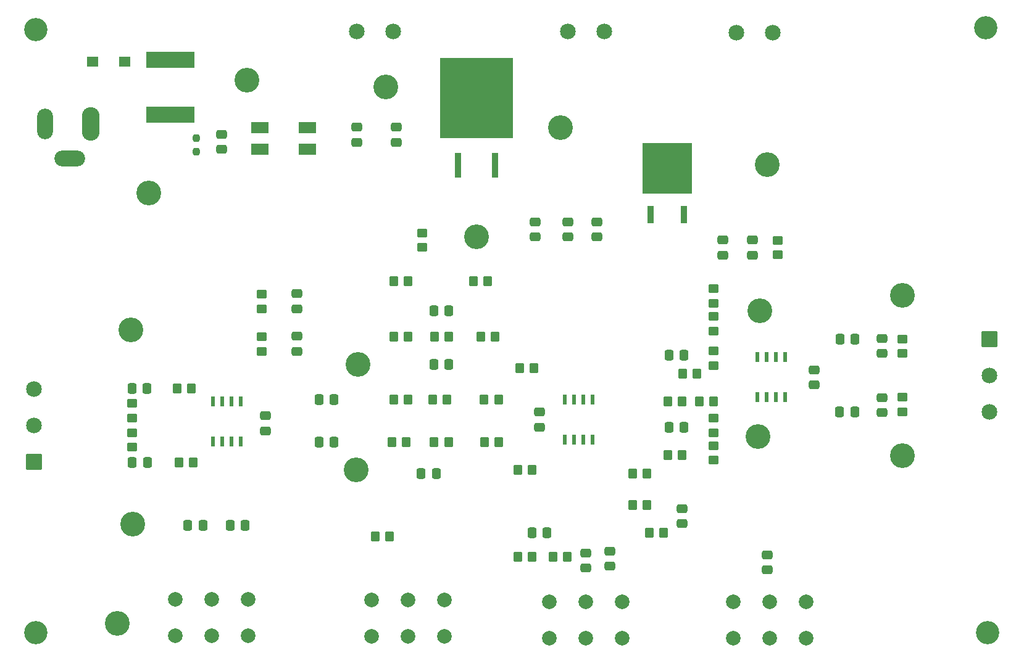
<source format=gts>
G04 #@! TF.GenerationSoftware,KiCad,Pcbnew,8.0.8*
G04 #@! TF.CreationDate,2025-03-09T17:06:22-04:00*
G04 #@! TF.ProjectId,PreAmpEQ,50726541-6d70-4455-912e-6b696361645f,1.1*
G04 #@! TF.SameCoordinates,Original*
G04 #@! TF.FileFunction,Soldermask,Top*
G04 #@! TF.FilePolarity,Negative*
%FSLAX46Y46*%
G04 Gerber Fmt 4.6, Leading zero omitted, Abs format (unit mm)*
G04 Created by KiCad (PCBNEW 8.0.8) date 2025-03-09 17:06:22*
%MOMM*%
%LPD*%
G01*
G04 APERTURE LIST*
G04 Aperture macros list*
%AMRoundRect*
0 Rectangle with rounded corners*
0 $1 Rounding radius*
0 $2 $3 $4 $5 $6 $7 $8 $9 X,Y pos of 4 corners*
0 Add a 4 corners polygon primitive as box body*
4,1,4,$2,$3,$4,$5,$6,$7,$8,$9,$2,$3,0*
0 Add four circle primitives for the rounded corners*
1,1,$1+$1,$2,$3*
1,1,$1+$1,$4,$5*
1,1,$1+$1,$6,$7*
1,1,$1+$1,$8,$9*
0 Add four rect primitives between the rounded corners*
20,1,$1+$1,$2,$3,$4,$5,0*
20,1,$1+$1,$4,$5,$6,$7,0*
20,1,$1+$1,$6,$7,$8,$9,0*
20,1,$1+$1,$8,$9,$2,$3,0*%
G04 Aperture macros list end*
%ADD10R,0.939800X3.505200*%
%ADD11R,10.033000X11.125200*%
%ADD12R,0.939800X2.489200*%
%ADD13R,6.781800X6.934200*%
%ADD14R,1.498600X1.397000*%
%ADD15C,3.400000*%
%ADD16RoundRect,0.250000X0.450000X-0.350000X0.450000X0.350000X-0.450000X0.350000X-0.450000X-0.350000X0*%
%ADD17RoundRect,0.250000X0.350000X0.450000X-0.350000X0.450000X-0.350000X-0.450000X0.350000X-0.450000X0*%
%ADD18RoundRect,0.250000X-0.450000X0.350000X-0.450000X-0.350000X0.450000X-0.350000X0.450000X0.350000X0*%
%ADD19C,3.200000*%
%ADD20RoundRect,0.250000X0.475000X-0.337500X0.475000X0.337500X-0.475000X0.337500X-0.475000X-0.337500X0*%
%ADD21RoundRect,0.250000X-0.350000X-0.450000X0.350000X-0.450000X0.350000X0.450000X-0.350000X0.450000X0*%
%ADD22C,2.154000*%
%ADD23RoundRect,0.250000X-0.475000X0.337500X-0.475000X-0.337500X0.475000X-0.337500X0.475000X0.337500X0*%
%ADD24R,0.558800X1.460500*%
%ADD25RoundRect,0.237500X-0.237500X0.250000X-0.237500X-0.250000X0.237500X-0.250000X0.237500X0.250000X0*%
%ADD26C,2.004000*%
%ADD27RoundRect,0.250000X-0.337500X-0.475000X0.337500X-0.475000X0.337500X0.475000X-0.337500X0.475000X0*%
%ADD28O,2.404000X4.604000*%
%ADD29O,2.204000X4.204000*%
%ADD30O,4.204000X2.204000*%
%ADD31RoundRect,0.102000X-0.975000X0.975000X-0.975000X-0.975000X0.975000X-0.975000X0.975000X0.975000X0*%
%ADD32R,6.705600X2.209800*%
%ADD33RoundRect,0.250000X0.337500X0.475000X-0.337500X0.475000X-0.337500X-0.475000X0.337500X-0.475000X0*%
%ADD34RoundRect,0.102000X0.975000X-0.975000X0.975000X0.975000X-0.975000X0.975000X-0.975000X-0.975000X0*%
%ADD35R,2.489200X1.498600*%
G04 APERTURE END LIST*
D10*
X142494000Y-63119000D03*
D11*
X145034000Y-53848000D03*
D10*
X147574000Y-63119000D03*
D12*
X168905999Y-69913500D03*
D13*
X171196000Y-63500000D03*
D12*
X173486001Y-69913500D03*
D14*
X96769200Y-48904000D03*
X92298800Y-48904000D03*
D15*
X95758000Y-125984000D03*
D16*
X97790000Y-101838000D03*
X97790000Y-99838000D03*
X97790000Y-97790000D03*
X97790000Y-95790000D03*
D17*
X175260000Y-91694000D03*
X173260000Y-91694000D03*
D18*
X177546000Y-83852000D03*
X177546000Y-85852000D03*
D16*
X177546000Y-99822000D03*
X177546000Y-97822000D03*
D17*
X173228000Y-95504000D03*
X171228000Y-95504000D03*
D19*
X84582000Y-127254000D03*
X84582000Y-44450000D03*
X214884000Y-44196000D03*
X215138000Y-127254000D03*
D20*
X200660000Y-88943000D03*
X200660000Y-86868000D03*
X200660000Y-97071000D03*
X200660000Y-94996000D03*
D21*
X175546000Y-95504000D03*
X177546000Y-95504000D03*
X131096000Y-114046000D03*
X133096000Y-114046000D03*
D15*
X100034000Y-66904000D03*
D22*
X157560000Y-44704000D03*
X162560000Y-44704000D03*
D18*
X137534000Y-72404000D03*
X137534000Y-74404000D03*
D20*
X191325000Y-93277000D03*
X191325000Y-91202000D03*
D15*
X97589500Y-85726000D03*
D16*
X177546000Y-90630000D03*
X177546000Y-88630000D03*
D15*
X183822000Y-83086000D03*
D23*
X182816000Y-73363000D03*
X182816000Y-75438000D03*
D21*
X139192000Y-101092000D03*
X141192000Y-101092000D03*
D23*
X120396000Y-80729000D03*
X120396000Y-82804000D03*
D24*
X160909000Y-95319850D03*
X159639000Y-95319850D03*
X158369000Y-95319850D03*
X157099000Y-95319850D03*
X157099000Y-100768150D03*
X158369000Y-100768150D03*
X159639000Y-100768150D03*
X160909000Y-100768150D03*
D21*
X133620000Y-78994000D03*
X135620000Y-78994000D03*
D15*
X203380000Y-80952000D03*
X184848000Y-62992000D03*
D18*
X177546000Y-80042000D03*
X177546000Y-82042000D03*
X203380000Y-86952000D03*
X203380000Y-88952000D03*
D23*
X178816000Y-73363000D03*
X178816000Y-75438000D03*
D25*
X106534000Y-59404000D03*
X106534000Y-61229000D03*
D26*
X155020000Y-128016000D03*
X160020000Y-128016000D03*
X165020000Y-128016000D03*
X155020000Y-123016000D03*
X160020000Y-123016000D03*
X165020000Y-123016000D03*
D23*
X110034000Y-58866500D03*
X110034000Y-60941500D03*
D27*
X97747000Y-93726000D03*
X99822000Y-93726000D03*
X139149000Y-83058000D03*
X141224000Y-83058000D03*
D23*
X161534000Y-70866500D03*
X161534000Y-72941500D03*
D21*
X150638000Y-104902000D03*
X152638000Y-104902000D03*
D17*
X173228000Y-102870000D03*
X171228000Y-102870000D03*
D28*
X92084000Y-57404000D03*
D29*
X85784000Y-57404000D03*
D30*
X89184000Y-62204000D03*
D20*
X163322000Y-118153000D03*
X163322000Y-116078000D03*
D23*
X134034000Y-57866500D03*
X134034000Y-59941500D03*
D18*
X186316000Y-73400500D03*
X186316000Y-75400500D03*
D15*
X128778000Y-90424000D03*
D17*
X168402000Y-105410000D03*
X166402000Y-105410000D03*
D27*
X139133000Y-90424000D03*
X141208000Y-90424000D03*
D21*
X150908000Y-90932000D03*
X152908000Y-90932000D03*
D31*
X215380000Y-87004500D03*
D22*
X215380000Y-92004500D03*
X215380000Y-97004500D03*
D20*
X116078000Y-99589500D03*
X116078000Y-97514500D03*
D32*
X103034000Y-48657500D03*
X103034000Y-56150500D03*
D15*
X145034000Y-72904000D03*
D24*
X112649000Y-95573850D03*
X111379000Y-95573850D03*
X110109000Y-95573850D03*
X108839000Y-95573850D03*
X108839000Y-101022150D03*
X110109000Y-101022150D03*
X111379000Y-101022150D03*
X112649000Y-101022150D03*
D15*
X203380000Y-102952000D03*
X183568000Y-100358000D03*
D21*
X104156000Y-103886000D03*
X106156000Y-103886000D03*
D15*
X156534000Y-57904000D03*
D18*
X115570000Y-80804000D03*
X115570000Y-82804000D03*
D21*
X146066000Y-101092000D03*
X148066000Y-101092000D03*
D27*
X194842500Y-86952000D03*
X196917500Y-86952000D03*
D21*
X139224000Y-86614000D03*
X141224000Y-86614000D03*
D27*
X171407000Y-89154000D03*
X173482000Y-89154000D03*
D20*
X160020000Y-118407000D03*
X160020000Y-116332000D03*
D27*
X123401000Y-95250000D03*
X125476000Y-95250000D03*
D33*
X196880000Y-96952000D03*
X194805000Y-96952000D03*
D21*
X155480000Y-116840000D03*
X157480000Y-116840000D03*
X133636000Y-86614000D03*
X135636000Y-86614000D03*
D22*
X180674000Y-44904000D03*
X185674000Y-44904000D03*
D21*
X133366000Y-101092000D03*
X135366000Y-101092000D03*
X150654000Y-116840000D03*
X152654000Y-116840000D03*
D27*
X111209000Y-112522000D03*
X113284000Y-112522000D03*
X123401000Y-101092000D03*
X125476000Y-101092000D03*
D16*
X203380000Y-96952000D03*
X203380000Y-94952000D03*
D23*
X157534000Y-70866500D03*
X157534000Y-72941500D03*
D26*
X103712000Y-127682000D03*
X108712000Y-127682000D03*
X113712000Y-127682000D03*
X103712000Y-122682000D03*
X108712000Y-122682000D03*
X113712000Y-122682000D03*
D18*
X115570000Y-86646000D03*
X115570000Y-88646000D03*
D21*
X168688000Y-113538000D03*
X170688000Y-113538000D03*
D15*
X97843500Y-112386000D03*
D20*
X173228000Y-112311000D03*
X173228000Y-110236000D03*
D21*
X144558000Y-78994000D03*
X146558000Y-78994000D03*
D27*
X137392500Y-105410000D03*
X139467500Y-105410000D03*
D16*
X177546000Y-103600000D03*
X177546000Y-101600000D03*
D27*
X171407000Y-99060000D03*
X173482000Y-99060000D03*
D33*
X107463500Y-112522000D03*
X105388500Y-112522000D03*
D15*
X132534000Y-52324000D03*
D34*
X84336000Y-103802000D03*
D22*
X84336000Y-98802000D03*
X84336000Y-93802000D03*
D26*
X180246000Y-128016000D03*
X185246000Y-128016000D03*
X190246000Y-128016000D03*
X180246000Y-123016000D03*
X185246000Y-123016000D03*
X190246000Y-123016000D03*
D22*
X128534000Y-44704000D03*
X133534000Y-44704000D03*
D20*
X153670000Y-99081500D03*
X153670000Y-97006500D03*
D21*
X103902000Y-93726000D03*
X105902000Y-93726000D03*
X166402000Y-109728000D03*
X168402000Y-109728000D03*
D27*
X97768500Y-103886000D03*
X99843500Y-103886000D03*
D23*
X120396000Y-86571000D03*
X120396000Y-88646000D03*
D26*
X130636000Y-127762000D03*
X135636000Y-127762000D03*
X140636000Y-127762000D03*
X130636000Y-122762000D03*
X135636000Y-122762000D03*
X140636000Y-122762000D03*
D23*
X128534000Y-57866500D03*
X128534000Y-59941500D03*
D21*
X145574000Y-86614000D03*
X147574000Y-86614000D03*
D23*
X153034000Y-70866500D03*
X153034000Y-72941500D03*
D21*
X133620000Y-95250000D03*
X135620000Y-95250000D03*
X146050000Y-95250000D03*
X148050000Y-95250000D03*
D20*
X184912000Y-118661000D03*
X184912000Y-116586000D03*
D35*
X115282800Y-57904000D03*
X115282800Y-60904000D03*
X121785200Y-60904000D03*
X121785200Y-57904000D03*
D27*
X152611000Y-113538000D03*
X154686000Y-113538000D03*
D24*
X187325000Y-89477850D03*
X186055000Y-89477850D03*
X184785000Y-89477850D03*
X183515000Y-89477850D03*
X183515000Y-94926150D03*
X184785000Y-94926150D03*
X186055000Y-94926150D03*
X187325000Y-94926150D03*
D15*
X128524000Y-104902000D03*
D21*
X138954000Y-95250000D03*
X140954000Y-95250000D03*
D15*
X113534000Y-51404000D03*
M02*

</source>
